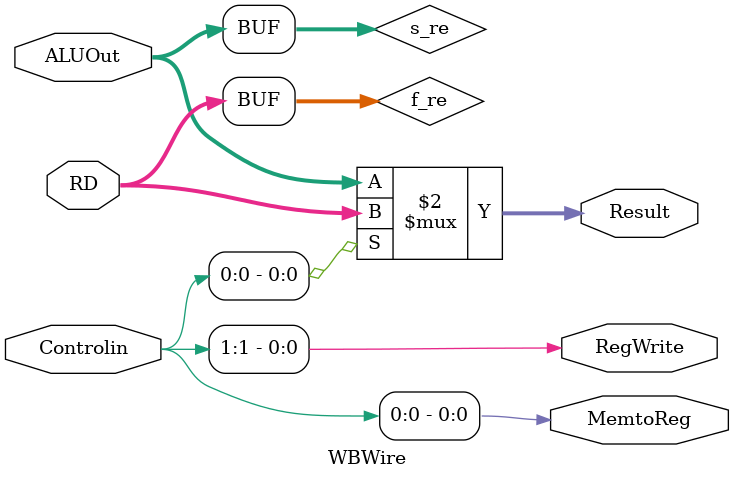
<source format=v>
module IFWire(PCF,PCPlus4,FETCH_ADDRESS);
    input[31:0] PCF;
    output[31:0] PCPlus4,FETCH_ADDRESS;

    wire[31:0] PCPlus4_mid,FETCH_ADDRESS_mid;

    assign PCPlus4 = PCPlus4_mid;
    assign PCPlus4_mid = PCF + 4;
    assign FETCH_ADDRESS = FETCH_ADDRESS_mid;
    assign FETCH_ADDRESS_mid = PCF / 4;
endmodule


module IDWire(Instr,opcopde,functioncode,rs,rt,rd,shamt,SignImm,UnsignImm,part_jump);
    input[31:0] Instr;
    output[5:0] opcopde,functioncode;
    output[4:0] rs,rt,rd,shamt;
    output[31:0] SignImm,UnsignImm;
    output[25:0] part_jump;

    wire[5:0] opmid;
    wire[5:0] rsmid,rtmid,rdmid,shamtmid;
    wire[31:0] n_im,p_im;



    assign opcopde = opmid;
    assign opmid = Instr[31:26];
    assign functioncode = Instr[5:0];

    assign rs = rsmid;
    assign rsmid = Instr[25:21];
    assign rt = rtmid;
    assign rtmid = Instr[20:16];
    assign rd = rdmid;
    assign rdmid = Instr[15:11];
    assign shamt = shamtmid;
    assign shamtmid = Instr[10:6];

    assign SignImm = Instr[15] == 1'b1 ? n_im: p_im;
    assign n_im = {16'hffff, Instr[15:0]};
    assign p_im = {16'h0000, Instr[15:0]};
    assign UnsignImm = {16'h0000, Instr[15:0]};

    assign part_jump = Instr[25:0];

endmodule

module EXWire(LinkE,PCPlus4,ALUOut,RD2,Rd,Rt,RegDstE,SignImm,ALUOutE,WriteData,WriteRegE,PCBranch);
    input LinkE,RegDstE;
    input[31:0] PCPlus4,ALUOut,RD2;
    input[4:0] Rd,Rt;
    input[31:0] SignImm;
    output[31:0] ALUOutE;
    output[31:0] WriteData,PCBranch;
    output[4:0] WriteRegE;

    wire[31:0] f_aluout,s_aluout; 
    wire[4:0] f_WriteReg, s_WriteReg; 
    wire[31:0] sign_shaft;

    assign ALUOutE = LinkE == 1'b1 ? f_aluout : s_aluout;
    assign f_aluout = PCPlus4;
    assign s_aluout  = ALUOut;
     
    assign WriteData = RD2;

    assign WriteRegE = RegDstE == 1'b1 ? f_WriteReg : s_WriteReg;
    assign f_WriteReg = Rd;
    assign s_WriteReg = Rt;

    assign PCBranch = PCPlus4 +sign_shaft;
    assign sign_shaft = SignImm << 2;

endmodule


module MEMWire(Controlin,ALUOut,MemWrite,Branch,RegWriteM,Controlout,FETCH_ADDRESS);
    input[3:0] Controlin;
    input[31:0] ALUOut;
    output MemWrite,Branch,RegWriteM;
    output[1:0] Controlout;
    output[31:0] FETCH_ADDRESS;

    wire[31:0] nor_add;

    assign MemWrite = Controlin[1];
    assign Branch = Controlin[0];
    assign Controlout = Controlin[3:2];
    assign RegWriteM = Controlin[3];

    assign nor_add = ALUOut/4;
    assign FETCH_ADDRESS = nor_add;

endmodule

module WBWire(Controlin,RD,ALUOut,RegWrite,MemtoReg,Result);
    input[1:0] Controlin;
    input[31:0] RD,ALUOut;
    output[31:0] Result;
    output RegWrite,MemtoReg;

    wire[31:0] f_re,s_re;

    assign RegWrite = Controlin[1];
    assign MemtoReg = Controlin[0];

    assign f_re = RD;
    assign s_re = ALUOut;
    assign Result = MemtoReg == 1'b1 ? f_re : s_re;
endmodule
</source>
